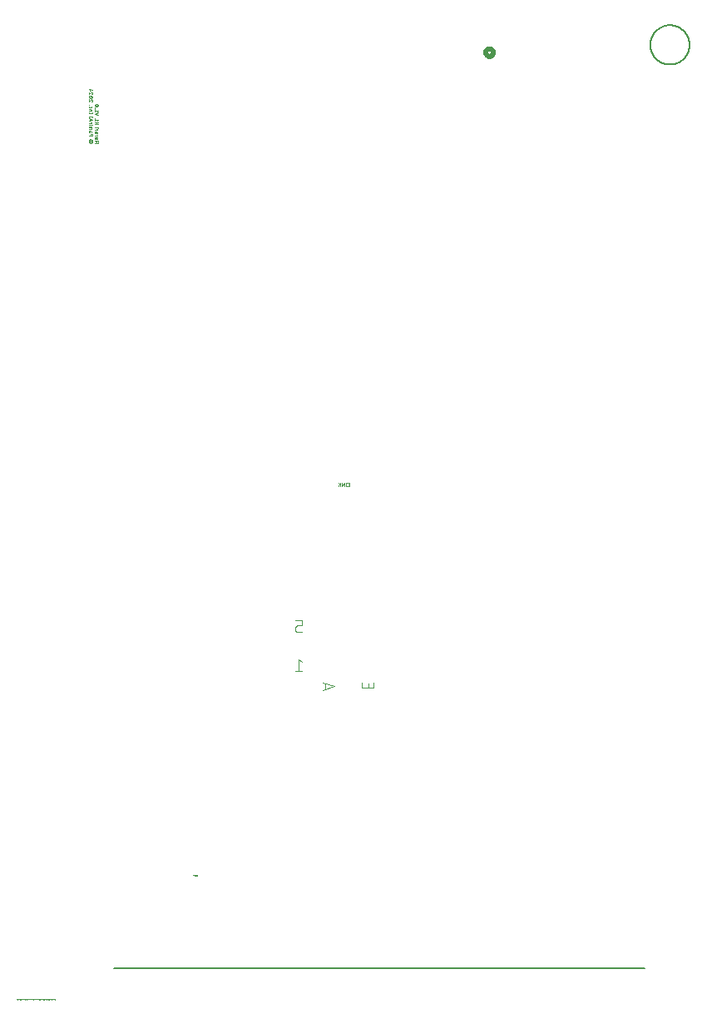
<source format=gbr>
G04 EAGLE Gerber RS-274X export*
G75*
%MOMM*%
%FSLAX34Y34*%
%LPD*%
%INSilkscreen Bottom*%
%IPPOS*%
%AMOC8*
5,1,8,0,0,1.08239X$1,22.5*%
G01*
%ADD10C,0.152400*%
%ADD11C,0.025400*%
%ADD12R,0.035000X0.035000*%
%ADD13R,0.175000X0.035000*%
%ADD14R,0.385000X0.035000*%
%ADD15R,0.420000X0.035000*%
%ADD16R,0.455000X0.035000*%
%ADD17C,0.000000*%
%ADD18C,0.203200*%
%ADD19C,0.508000*%
%ADD20C,0.076200*%


D10*
X70000Y70000D02*
X610000Y70000D01*
D11*
X309873Y560127D02*
X308180Y560127D01*
X309873Y560127D02*
X309873Y563937D01*
X308180Y563937D01*
X308603Y562244D02*
X309873Y562244D01*
X306505Y563937D02*
X306505Y560127D01*
X306928Y560127D02*
X306081Y560127D01*
X306081Y563937D02*
X306928Y563937D01*
X304515Y563937D02*
X304515Y560127D01*
X302398Y560127D02*
X304515Y563937D01*
X302398Y563937D02*
X302398Y560127D01*
X300565Y560127D02*
X300565Y563937D01*
X298449Y563937D02*
X300565Y561609D01*
X299719Y562455D02*
X298449Y560127D01*
X54323Y909272D02*
X50513Y909272D01*
X54323Y909272D02*
X54323Y910331D01*
X54321Y910395D01*
X54315Y910459D01*
X54306Y910522D01*
X54292Y910584D01*
X54275Y910646D01*
X54254Y910706D01*
X54230Y910765D01*
X54202Y910823D01*
X54170Y910878D01*
X54136Y910932D01*
X54098Y910983D01*
X54057Y911033D01*
X54013Y911079D01*
X53967Y911123D01*
X53917Y911164D01*
X53866Y911202D01*
X53812Y911236D01*
X53757Y911268D01*
X53699Y911296D01*
X53640Y911320D01*
X53580Y911341D01*
X53518Y911358D01*
X53456Y911372D01*
X53393Y911381D01*
X53329Y911387D01*
X53265Y911389D01*
X53201Y911387D01*
X53137Y911381D01*
X53074Y911372D01*
X53012Y911358D01*
X52950Y911341D01*
X52890Y911320D01*
X52831Y911296D01*
X52773Y911268D01*
X52718Y911236D01*
X52664Y911202D01*
X52613Y911164D01*
X52563Y911123D01*
X52517Y911079D01*
X52473Y911033D01*
X52432Y910983D01*
X52394Y910932D01*
X52360Y910878D01*
X52328Y910823D01*
X52300Y910765D01*
X52276Y910706D01*
X52255Y910646D01*
X52238Y910584D01*
X52224Y910522D01*
X52215Y910459D01*
X52209Y910395D01*
X52207Y910331D01*
X52206Y910331D02*
X52206Y909272D01*
X52206Y910542D02*
X50513Y911389D01*
X50513Y913512D02*
X50513Y914570D01*
X50513Y913512D02*
X50515Y913465D01*
X50520Y913417D01*
X50529Y913371D01*
X50541Y913325D01*
X50557Y913280D01*
X50576Y913236D01*
X50598Y913195D01*
X50623Y913154D01*
X50652Y913116D01*
X50683Y913080D01*
X50716Y913047D01*
X50752Y913016D01*
X50790Y912987D01*
X50831Y912962D01*
X50872Y912940D01*
X50916Y912921D01*
X50961Y912905D01*
X51007Y912893D01*
X51053Y912884D01*
X51101Y912879D01*
X51148Y912877D01*
X52206Y912877D01*
X52206Y912876D02*
X52263Y912878D01*
X52319Y912884D01*
X52375Y912893D01*
X52430Y912906D01*
X52484Y912923D01*
X52537Y912943D01*
X52588Y912967D01*
X52638Y912994D01*
X52685Y913025D01*
X52731Y913058D01*
X52774Y913095D01*
X52815Y913134D01*
X52853Y913176D01*
X52888Y913221D01*
X52920Y913267D01*
X52949Y913316D01*
X52974Y913366D01*
X52996Y913419D01*
X53015Y913472D01*
X53030Y913527D01*
X53041Y913582D01*
X53049Y913638D01*
X53053Y913695D01*
X53053Y913751D01*
X53049Y913808D01*
X53041Y913864D01*
X53030Y913919D01*
X53015Y913974D01*
X52996Y914027D01*
X52974Y914080D01*
X52949Y914130D01*
X52920Y914179D01*
X52888Y914225D01*
X52853Y914270D01*
X52815Y914312D01*
X52774Y914351D01*
X52731Y914388D01*
X52685Y914421D01*
X52638Y914452D01*
X52588Y914479D01*
X52537Y914503D01*
X52484Y914523D01*
X52430Y914540D01*
X52375Y914553D01*
X52319Y914562D01*
X52263Y914568D01*
X52206Y914570D01*
X51783Y914570D01*
X51783Y912877D01*
X53053Y915925D02*
X50513Y916771D01*
X53053Y917618D01*
X50513Y919608D02*
X50513Y920666D01*
X50513Y919608D02*
X50515Y919561D01*
X50520Y919513D01*
X50529Y919467D01*
X50541Y919421D01*
X50557Y919376D01*
X50576Y919332D01*
X50598Y919291D01*
X50623Y919250D01*
X50652Y919212D01*
X50683Y919176D01*
X50716Y919143D01*
X50752Y919112D01*
X50790Y919083D01*
X50831Y919058D01*
X50872Y919036D01*
X50916Y919017D01*
X50961Y919001D01*
X51007Y918989D01*
X51053Y918980D01*
X51101Y918975D01*
X51148Y918973D01*
X52206Y918973D01*
X52206Y918972D02*
X52263Y918974D01*
X52319Y918980D01*
X52375Y918989D01*
X52430Y919002D01*
X52484Y919019D01*
X52537Y919039D01*
X52588Y919063D01*
X52638Y919090D01*
X52685Y919121D01*
X52731Y919154D01*
X52774Y919191D01*
X52815Y919230D01*
X52853Y919272D01*
X52888Y919317D01*
X52920Y919363D01*
X52949Y919412D01*
X52974Y919462D01*
X52996Y919515D01*
X53015Y919568D01*
X53030Y919623D01*
X53041Y919678D01*
X53049Y919734D01*
X53053Y919791D01*
X53053Y919847D01*
X53049Y919904D01*
X53041Y919960D01*
X53030Y920015D01*
X53015Y920070D01*
X52996Y920123D01*
X52974Y920176D01*
X52949Y920226D01*
X52920Y920275D01*
X52888Y920321D01*
X52853Y920366D01*
X52815Y920408D01*
X52774Y920447D01*
X52731Y920484D01*
X52685Y920517D01*
X52638Y920548D01*
X52588Y920575D01*
X52537Y920599D01*
X52484Y920619D01*
X52430Y920636D01*
X52375Y920649D01*
X52319Y920658D01*
X52263Y920664D01*
X52206Y920666D01*
X51783Y920666D01*
X51783Y918973D01*
X50513Y922283D02*
X53053Y922283D01*
X53053Y923553D01*
X52630Y923553D01*
X53053Y924696D02*
X50513Y924696D01*
X54111Y924590D02*
X54323Y924590D01*
X54323Y924802D01*
X54111Y924802D01*
X54111Y924590D01*
X54323Y928271D02*
X50513Y928271D01*
X52630Y928271D02*
X52630Y930387D01*
X54323Y930387D02*
X50513Y930387D01*
X53476Y932050D02*
X54323Y933108D01*
X50513Y933108D01*
X50513Y932050D02*
X50513Y934167D01*
X50513Y938717D02*
X54323Y937447D01*
X54323Y939987D02*
X50513Y938717D01*
X53476Y941316D02*
X54323Y942374D01*
X50513Y942374D01*
X50513Y941316D02*
X50513Y943433D01*
X50513Y944829D02*
X50725Y944829D01*
X50725Y945040D01*
X50513Y945040D01*
X50513Y944829D01*
X52418Y946436D02*
X52528Y946438D01*
X52637Y946444D01*
X52746Y946453D01*
X52855Y946467D01*
X52963Y946484D01*
X53071Y946505D01*
X53177Y946529D01*
X53283Y946558D01*
X53388Y946590D01*
X53492Y946625D01*
X53594Y946664D01*
X53695Y946707D01*
X53794Y946754D01*
X53844Y946774D01*
X53893Y946796D01*
X53941Y946822D01*
X53986Y946851D01*
X54029Y946884D01*
X54070Y946919D01*
X54109Y946957D01*
X54144Y946997D01*
X54177Y947040D01*
X54207Y947085D01*
X54234Y947132D01*
X54257Y947180D01*
X54277Y947230D01*
X54293Y947282D01*
X54306Y947334D01*
X54316Y947387D01*
X54321Y947441D01*
X54323Y947495D01*
X54321Y947549D01*
X54316Y947603D01*
X54306Y947656D01*
X54293Y947708D01*
X54277Y947760D01*
X54257Y947810D01*
X54234Y947858D01*
X54207Y947905D01*
X54177Y947950D01*
X54144Y947993D01*
X54109Y948033D01*
X54070Y948071D01*
X54029Y948106D01*
X53986Y948139D01*
X53941Y948168D01*
X53893Y948194D01*
X53844Y948216D01*
X53794Y948236D01*
X53695Y948283D01*
X53594Y948326D01*
X53492Y948365D01*
X53388Y948400D01*
X53283Y948432D01*
X53177Y948461D01*
X53071Y948485D01*
X52963Y948506D01*
X52855Y948523D01*
X52746Y948537D01*
X52637Y948546D01*
X52528Y948552D01*
X52418Y948554D01*
X52418Y946436D02*
X52308Y946438D01*
X52199Y946444D01*
X52090Y946453D01*
X51981Y946467D01*
X51873Y946484D01*
X51765Y946505D01*
X51659Y946529D01*
X51553Y946558D01*
X51448Y946590D01*
X51345Y946625D01*
X51242Y946664D01*
X51141Y946707D01*
X51042Y946754D01*
X50992Y946774D01*
X50943Y946796D01*
X50895Y946822D01*
X50850Y946851D01*
X50807Y946884D01*
X50766Y946919D01*
X50727Y946957D01*
X50692Y946997D01*
X50659Y947040D01*
X50629Y947085D01*
X50602Y947132D01*
X50579Y947180D01*
X50559Y947230D01*
X50543Y947282D01*
X50530Y947334D01*
X50520Y947387D01*
X50515Y947441D01*
X50513Y947495D01*
X51042Y948235D02*
X51141Y948282D01*
X51242Y948325D01*
X51345Y948364D01*
X51448Y948399D01*
X51553Y948431D01*
X51659Y948460D01*
X51765Y948484D01*
X51873Y948505D01*
X51981Y948522D01*
X52090Y948536D01*
X52199Y948545D01*
X52308Y948551D01*
X52418Y948553D01*
X51042Y948236D02*
X50992Y948216D01*
X50943Y948194D01*
X50895Y948168D01*
X50850Y948139D01*
X50807Y948106D01*
X50766Y948071D01*
X50727Y948033D01*
X50692Y947993D01*
X50659Y947950D01*
X50629Y947905D01*
X50602Y947858D01*
X50579Y947810D01*
X50559Y947760D01*
X50543Y947708D01*
X50530Y947656D01*
X50520Y947603D01*
X50515Y947549D01*
X50513Y947495D01*
X51360Y946648D02*
X53476Y948341D01*
X46322Y912870D02*
X46405Y912868D01*
X46488Y912862D01*
X46571Y912853D01*
X46653Y912839D01*
X46734Y912822D01*
X46814Y912801D01*
X46894Y912777D01*
X46972Y912749D01*
X47049Y912717D01*
X47124Y912681D01*
X47197Y912643D01*
X47269Y912601D01*
X47339Y912555D01*
X47406Y912507D01*
X47471Y912455D01*
X47534Y912400D01*
X47594Y912343D01*
X47651Y912283D01*
X47706Y912220D01*
X47758Y912155D01*
X47806Y912088D01*
X47852Y912018D01*
X47894Y911946D01*
X47932Y911873D01*
X47968Y911798D01*
X48000Y911721D01*
X48028Y911643D01*
X48052Y911563D01*
X48073Y911483D01*
X48090Y911402D01*
X48104Y911320D01*
X48113Y911237D01*
X48119Y911154D01*
X48121Y911071D01*
X48119Y910988D01*
X48113Y910905D01*
X48104Y910822D01*
X48090Y910740D01*
X48073Y910659D01*
X48052Y910579D01*
X48028Y910499D01*
X48000Y910421D01*
X47968Y910344D01*
X47932Y910269D01*
X47894Y910196D01*
X47852Y910124D01*
X47806Y910054D01*
X47758Y909987D01*
X47706Y909922D01*
X47651Y909859D01*
X47594Y909799D01*
X47534Y909742D01*
X47471Y909687D01*
X47406Y909635D01*
X47339Y909587D01*
X47269Y909541D01*
X47197Y909499D01*
X47124Y909461D01*
X47049Y909425D01*
X46972Y909393D01*
X46894Y909365D01*
X46814Y909341D01*
X46734Y909320D01*
X46653Y909303D01*
X46571Y909289D01*
X46488Y909280D01*
X46405Y909274D01*
X46322Y909272D01*
X46239Y909274D01*
X46156Y909280D01*
X46073Y909289D01*
X45991Y909303D01*
X45910Y909320D01*
X45830Y909341D01*
X45750Y909365D01*
X45672Y909393D01*
X45595Y909425D01*
X45520Y909461D01*
X45447Y909499D01*
X45375Y909541D01*
X45305Y909587D01*
X45238Y909635D01*
X45173Y909687D01*
X45110Y909742D01*
X45050Y909799D01*
X44993Y909859D01*
X44938Y909922D01*
X44886Y909987D01*
X44838Y910054D01*
X44792Y910124D01*
X44750Y910196D01*
X44712Y910269D01*
X44676Y910344D01*
X44644Y910421D01*
X44616Y910499D01*
X44592Y910579D01*
X44571Y910659D01*
X44554Y910740D01*
X44540Y910822D01*
X44531Y910905D01*
X44525Y910988D01*
X44523Y911071D01*
X44525Y911154D01*
X44531Y911237D01*
X44540Y911320D01*
X44554Y911402D01*
X44571Y911483D01*
X44592Y911563D01*
X44616Y911643D01*
X44644Y911721D01*
X44676Y911798D01*
X44712Y911873D01*
X44750Y911946D01*
X44792Y912018D01*
X44838Y912088D01*
X44886Y912155D01*
X44938Y912220D01*
X44993Y912283D01*
X45050Y912343D01*
X45110Y912400D01*
X45173Y912455D01*
X45238Y912507D01*
X45305Y912555D01*
X45375Y912601D01*
X45447Y912643D01*
X45520Y912681D01*
X45595Y912717D01*
X45672Y912749D01*
X45750Y912777D01*
X45830Y912801D01*
X45910Y912822D01*
X45991Y912839D01*
X46073Y912853D01*
X46156Y912862D01*
X46239Y912868D01*
X46322Y912870D01*
X45475Y911495D02*
X45475Y910966D01*
X45476Y910966D02*
X45478Y910927D01*
X45483Y910888D01*
X45492Y910850D01*
X45505Y910813D01*
X45520Y910777D01*
X45539Y910743D01*
X45561Y910711D01*
X45586Y910681D01*
X45614Y910653D01*
X45644Y910628D01*
X45676Y910606D01*
X45710Y910587D01*
X45746Y910572D01*
X45783Y910559D01*
X45821Y910550D01*
X45860Y910545D01*
X45899Y910543D01*
X45899Y910542D02*
X46745Y910542D01*
X46745Y910543D02*
X46784Y910545D01*
X46823Y910550D01*
X46861Y910559D01*
X46898Y910572D01*
X46934Y910587D01*
X46968Y910606D01*
X47000Y910628D01*
X47030Y910653D01*
X47058Y910681D01*
X47083Y910711D01*
X47105Y910743D01*
X47124Y910777D01*
X47139Y910813D01*
X47152Y910850D01*
X47161Y910888D01*
X47166Y910927D01*
X47168Y910966D01*
X47169Y910966D02*
X47169Y911495D01*
X48227Y916523D02*
X44417Y916523D01*
X48227Y916523D02*
X48227Y917581D01*
X48225Y917645D01*
X48219Y917709D01*
X48210Y917772D01*
X48196Y917834D01*
X48179Y917896D01*
X48158Y917956D01*
X48134Y918015D01*
X48106Y918073D01*
X48074Y918128D01*
X48040Y918182D01*
X48002Y918233D01*
X47961Y918283D01*
X47917Y918329D01*
X47871Y918373D01*
X47821Y918414D01*
X47770Y918452D01*
X47716Y918486D01*
X47661Y918518D01*
X47603Y918546D01*
X47544Y918570D01*
X47484Y918591D01*
X47422Y918608D01*
X47360Y918622D01*
X47297Y918631D01*
X47233Y918637D01*
X47169Y918639D01*
X47105Y918637D01*
X47041Y918631D01*
X46978Y918622D01*
X46916Y918608D01*
X46854Y918591D01*
X46794Y918570D01*
X46735Y918546D01*
X46677Y918518D01*
X46622Y918486D01*
X46568Y918452D01*
X46517Y918414D01*
X46467Y918373D01*
X46421Y918329D01*
X46377Y918283D01*
X46336Y918233D01*
X46298Y918182D01*
X46264Y918128D01*
X46232Y918073D01*
X46204Y918015D01*
X46180Y917956D01*
X46159Y917896D01*
X46142Y917834D01*
X46128Y917772D01*
X46119Y917709D01*
X46113Y917645D01*
X46111Y917581D01*
X46110Y917581D02*
X46110Y916523D01*
X45899Y920702D02*
X45899Y921655D01*
X45899Y920702D02*
X45897Y920649D01*
X45891Y920597D01*
X45882Y920544D01*
X45869Y920493D01*
X45852Y920443D01*
X45832Y920394D01*
X45808Y920347D01*
X45781Y920301D01*
X45751Y920258D01*
X45718Y920217D01*
X45682Y920178D01*
X45643Y920142D01*
X45602Y920109D01*
X45559Y920079D01*
X45513Y920052D01*
X45466Y920028D01*
X45417Y920008D01*
X45367Y919991D01*
X45316Y919978D01*
X45263Y919969D01*
X45211Y919963D01*
X45158Y919961D01*
X45105Y919963D01*
X45053Y919969D01*
X45000Y919978D01*
X44949Y919991D01*
X44899Y920008D01*
X44850Y920028D01*
X44803Y920052D01*
X44757Y920079D01*
X44714Y920109D01*
X44673Y920142D01*
X44634Y920178D01*
X44598Y920217D01*
X44565Y920258D01*
X44535Y920301D01*
X44508Y920347D01*
X44484Y920394D01*
X44464Y920443D01*
X44447Y920493D01*
X44434Y920544D01*
X44425Y920597D01*
X44419Y920649D01*
X44417Y920702D01*
X44417Y921655D01*
X46322Y921655D01*
X46369Y921653D01*
X46417Y921648D01*
X46463Y921639D01*
X46509Y921627D01*
X46554Y921611D01*
X46598Y921592D01*
X46640Y921570D01*
X46680Y921545D01*
X46718Y921516D01*
X46754Y921485D01*
X46787Y921452D01*
X46818Y921416D01*
X46847Y921378D01*
X46872Y921338D01*
X46894Y921296D01*
X46913Y921252D01*
X46929Y921207D01*
X46941Y921161D01*
X46950Y921115D01*
X46955Y921067D01*
X46957Y921020D01*
X46957Y920173D01*
X46957Y923456D02*
X44417Y923456D01*
X46957Y923456D02*
X46957Y925361D01*
X46955Y925408D01*
X46950Y925456D01*
X46941Y925502D01*
X46929Y925548D01*
X46913Y925593D01*
X46894Y925637D01*
X46872Y925679D01*
X46847Y925719D01*
X46818Y925757D01*
X46787Y925793D01*
X46754Y925826D01*
X46718Y925857D01*
X46680Y925886D01*
X46640Y925911D01*
X46598Y925933D01*
X46554Y925952D01*
X46509Y925968D01*
X46463Y925980D01*
X46417Y925989D01*
X46369Y925994D01*
X46322Y925996D01*
X44417Y925996D01*
X44417Y924726D02*
X46957Y924726D01*
X46957Y927652D02*
X44417Y927652D01*
X48015Y927547D02*
X48227Y927547D01*
X48227Y927758D01*
X48015Y927758D01*
X48015Y927547D01*
X46957Y929263D02*
X44417Y929263D01*
X46957Y929263D02*
X46957Y930533D01*
X46534Y930533D01*
X44417Y931503D02*
X48227Y932773D01*
X44417Y934043D01*
X45370Y933726D02*
X45370Y931821D01*
X44417Y935699D02*
X48227Y935699D01*
X44417Y935276D02*
X44417Y936122D01*
X48227Y936122D02*
X48227Y935276D01*
X48227Y939844D02*
X44417Y939844D01*
X44417Y939421D02*
X44417Y940268D01*
X48227Y940268D02*
X48227Y939421D01*
X46957Y941802D02*
X44417Y941802D01*
X46957Y941802D02*
X46957Y942860D01*
X46955Y942907D01*
X46950Y942955D01*
X46941Y943001D01*
X46929Y943047D01*
X46913Y943092D01*
X46894Y943136D01*
X46872Y943178D01*
X46847Y943218D01*
X46818Y943256D01*
X46787Y943292D01*
X46754Y943325D01*
X46718Y943356D01*
X46680Y943385D01*
X46640Y943410D01*
X46598Y943432D01*
X46554Y943451D01*
X46509Y943467D01*
X46463Y943479D01*
X46417Y943488D01*
X46369Y943493D01*
X46322Y943495D01*
X44417Y943495D01*
X44417Y945732D02*
X44417Y946579D01*
X44417Y945732D02*
X44419Y945685D01*
X44424Y945637D01*
X44433Y945591D01*
X44445Y945545D01*
X44461Y945500D01*
X44480Y945456D01*
X44502Y945415D01*
X44527Y945374D01*
X44556Y945336D01*
X44587Y945300D01*
X44620Y945267D01*
X44656Y945236D01*
X44694Y945207D01*
X44735Y945182D01*
X44776Y945160D01*
X44820Y945141D01*
X44865Y945125D01*
X44911Y945113D01*
X44957Y945104D01*
X45005Y945099D01*
X45052Y945097D01*
X46322Y945097D01*
X46369Y945099D01*
X46417Y945104D01*
X46463Y945113D01*
X46509Y945125D01*
X46554Y945141D01*
X46598Y945160D01*
X46640Y945182D01*
X46680Y945207D01*
X46718Y945236D01*
X46754Y945267D01*
X46787Y945300D01*
X46818Y945336D01*
X46847Y945374D01*
X46872Y945415D01*
X46894Y945456D01*
X46913Y945500D01*
X46929Y945545D01*
X46941Y945591D01*
X46950Y945637D01*
X46955Y945685D01*
X46957Y945732D01*
X46957Y946579D01*
X44629Y947785D02*
X44417Y947785D01*
X44629Y947785D02*
X44629Y947997D01*
X44417Y947997D01*
X44417Y947785D01*
X48228Y952508D02*
X48226Y952568D01*
X48220Y952627D01*
X48211Y952687D01*
X48198Y952745D01*
X48181Y952802D01*
X48161Y952859D01*
X48137Y952914D01*
X48110Y952967D01*
X48080Y953019D01*
X48046Y953068D01*
X48009Y953115D01*
X47970Y953160D01*
X47927Y953203D01*
X47882Y953242D01*
X47835Y953279D01*
X47786Y953313D01*
X47734Y953343D01*
X47681Y953370D01*
X47626Y953394D01*
X47569Y953414D01*
X47512Y953431D01*
X47454Y953444D01*
X47394Y953453D01*
X47335Y953459D01*
X47275Y953461D01*
X48227Y952508D02*
X48225Y952441D01*
X48220Y952374D01*
X48211Y952308D01*
X48198Y952242D01*
X48182Y952178D01*
X48162Y952114D01*
X48138Y952051D01*
X48112Y951989D01*
X48082Y951930D01*
X48049Y951872D01*
X48012Y951815D01*
X47973Y951761D01*
X47931Y951709D01*
X47886Y951660D01*
X47838Y951613D01*
X47788Y951569D01*
X47735Y951527D01*
X47680Y951489D01*
X47624Y951453D01*
X47565Y951421D01*
X47505Y951392D01*
X47443Y951366D01*
X47380Y951344D01*
X46534Y953143D02*
X46576Y953184D01*
X46621Y953223D01*
X46667Y953260D01*
X46716Y953294D01*
X46766Y953325D01*
X46818Y953352D01*
X46872Y953377D01*
X46927Y953399D01*
X46983Y953418D01*
X47040Y953433D01*
X47098Y953445D01*
X47157Y953453D01*
X47216Y953458D01*
X47275Y953460D01*
X46534Y953143D02*
X44417Y951344D01*
X44417Y953460D01*
X46322Y955001D02*
X46432Y955003D01*
X46541Y955009D01*
X46650Y955018D01*
X46759Y955032D01*
X46867Y955049D01*
X46975Y955070D01*
X47081Y955094D01*
X47187Y955123D01*
X47292Y955155D01*
X47396Y955190D01*
X47498Y955229D01*
X47599Y955272D01*
X47698Y955319D01*
X47698Y955318D02*
X47748Y955338D01*
X47797Y955360D01*
X47845Y955386D01*
X47890Y955415D01*
X47933Y955448D01*
X47974Y955483D01*
X48013Y955521D01*
X48048Y955561D01*
X48081Y955604D01*
X48111Y955649D01*
X48138Y955696D01*
X48161Y955744D01*
X48181Y955794D01*
X48197Y955846D01*
X48210Y955898D01*
X48220Y955951D01*
X48225Y956005D01*
X48227Y956059D01*
X48225Y956113D01*
X48220Y956167D01*
X48210Y956220D01*
X48197Y956272D01*
X48181Y956324D01*
X48161Y956374D01*
X48138Y956422D01*
X48111Y956469D01*
X48081Y956514D01*
X48048Y956557D01*
X48013Y956597D01*
X47974Y956635D01*
X47933Y956670D01*
X47890Y956703D01*
X47845Y956732D01*
X47797Y956758D01*
X47748Y956780D01*
X47698Y956800D01*
X47599Y956847D01*
X47498Y956890D01*
X47396Y956929D01*
X47292Y956964D01*
X47187Y956996D01*
X47081Y957025D01*
X46975Y957049D01*
X46867Y957070D01*
X46759Y957087D01*
X46650Y957101D01*
X46541Y957110D01*
X46432Y957116D01*
X46322Y957118D01*
X46322Y955001D02*
X46212Y955003D01*
X46103Y955009D01*
X45994Y955018D01*
X45885Y955032D01*
X45777Y955049D01*
X45669Y955070D01*
X45563Y955094D01*
X45457Y955123D01*
X45352Y955155D01*
X45249Y955190D01*
X45146Y955229D01*
X45045Y955272D01*
X44946Y955319D01*
X44946Y955318D02*
X44896Y955338D01*
X44847Y955360D01*
X44799Y955386D01*
X44754Y955415D01*
X44711Y955448D01*
X44670Y955483D01*
X44631Y955521D01*
X44596Y955561D01*
X44563Y955604D01*
X44533Y955649D01*
X44506Y955696D01*
X44483Y955744D01*
X44463Y955794D01*
X44447Y955846D01*
X44434Y955898D01*
X44424Y955951D01*
X44419Y956005D01*
X44417Y956059D01*
X44946Y956800D02*
X45045Y956847D01*
X45146Y956890D01*
X45249Y956929D01*
X45352Y956964D01*
X45457Y956996D01*
X45563Y957025D01*
X45669Y957049D01*
X45777Y957070D01*
X45885Y957087D01*
X45994Y957101D01*
X46103Y957110D01*
X46212Y957116D01*
X46322Y957118D01*
X44946Y956800D02*
X44896Y956780D01*
X44847Y956758D01*
X44799Y956732D01*
X44754Y956703D01*
X44711Y956670D01*
X44670Y956635D01*
X44631Y956597D01*
X44596Y956557D01*
X44563Y956514D01*
X44533Y956469D01*
X44506Y956422D01*
X44483Y956374D01*
X44463Y956324D01*
X44447Y956272D01*
X44434Y956220D01*
X44424Y956167D01*
X44419Y956113D01*
X44417Y956059D01*
X45264Y955213D02*
X47380Y956906D01*
X48228Y959823D02*
X48226Y959883D01*
X48220Y959942D01*
X48211Y960002D01*
X48198Y960060D01*
X48181Y960117D01*
X48161Y960174D01*
X48137Y960229D01*
X48110Y960282D01*
X48080Y960334D01*
X48046Y960383D01*
X48009Y960430D01*
X47970Y960475D01*
X47927Y960518D01*
X47882Y960557D01*
X47835Y960594D01*
X47786Y960628D01*
X47734Y960658D01*
X47681Y960685D01*
X47626Y960709D01*
X47569Y960729D01*
X47512Y960746D01*
X47454Y960759D01*
X47394Y960768D01*
X47335Y960774D01*
X47275Y960776D01*
X48227Y959823D02*
X48225Y959756D01*
X48220Y959689D01*
X48211Y959623D01*
X48198Y959557D01*
X48182Y959493D01*
X48162Y959429D01*
X48138Y959366D01*
X48112Y959304D01*
X48082Y959245D01*
X48049Y959187D01*
X48012Y959130D01*
X47973Y959076D01*
X47931Y959024D01*
X47886Y958975D01*
X47838Y958928D01*
X47788Y958884D01*
X47735Y958842D01*
X47680Y958804D01*
X47624Y958768D01*
X47565Y958736D01*
X47505Y958707D01*
X47443Y958681D01*
X47380Y958659D01*
X46534Y960458D02*
X46576Y960499D01*
X46621Y960538D01*
X46667Y960575D01*
X46716Y960609D01*
X46766Y960640D01*
X46818Y960667D01*
X46872Y960692D01*
X46927Y960714D01*
X46983Y960733D01*
X47040Y960748D01*
X47098Y960760D01*
X47157Y960768D01*
X47216Y960773D01*
X47275Y960775D01*
X46534Y960458D02*
X44417Y958659D01*
X44417Y960775D01*
X45264Y962316D02*
X48227Y963163D01*
X45264Y962316D02*
X45264Y964433D01*
X46110Y963798D02*
X44417Y963798D01*
D12*
X153150Y162850D03*
D13*
X154550Y162850D03*
D14*
X153850Y163200D03*
D15*
X153675Y163550D03*
D16*
X153150Y163900D03*
D17*
X9689Y39028D02*
X10000Y38172D01*
X9451Y38444D02*
X9451Y38950D01*
X9450Y38444D02*
X9448Y38416D01*
X9442Y38389D01*
X9432Y38363D01*
X9419Y38339D01*
X9403Y38317D01*
X9383Y38297D01*
X9361Y38281D01*
X9337Y38268D01*
X9311Y38258D01*
X9284Y38252D01*
X9256Y38250D01*
X9228Y38252D01*
X9201Y38258D01*
X9175Y38268D01*
X9151Y38281D01*
X9129Y38297D01*
X9109Y38317D01*
X9093Y38339D01*
X9080Y38363D01*
X9070Y38389D01*
X9064Y38416D01*
X9062Y38444D01*
X9062Y38950D01*
X8745Y38522D02*
X8550Y38444D01*
X8744Y38522D02*
X8761Y38531D01*
X8776Y38542D01*
X8788Y38556D01*
X8798Y38572D01*
X8804Y38590D01*
X8808Y38608D01*
X8807Y38627D01*
X8804Y38645D01*
X8797Y38662D01*
X8787Y38678D01*
X8774Y38692D01*
X8759Y38703D01*
X8742Y38711D01*
X8724Y38716D01*
X8706Y38717D01*
X8670Y38715D01*
X8634Y38710D01*
X8599Y38702D01*
X8564Y38692D01*
X8531Y38678D01*
X8551Y38445D02*
X8534Y38436D01*
X8519Y38425D01*
X8507Y38411D01*
X8497Y38395D01*
X8491Y38377D01*
X8487Y38359D01*
X8488Y38340D01*
X8491Y38322D01*
X8498Y38305D01*
X8508Y38289D01*
X8521Y38275D01*
X8536Y38264D01*
X8553Y38256D01*
X8571Y38251D01*
X8589Y38250D01*
X8590Y38250D02*
X8633Y38252D01*
X8677Y38257D01*
X8720Y38265D01*
X8762Y38276D01*
X8804Y38289D01*
X8140Y38250D02*
X7946Y38250D01*
X8140Y38250D02*
X8160Y38252D01*
X8180Y38257D01*
X8199Y38266D01*
X8215Y38277D01*
X8230Y38292D01*
X8241Y38309D01*
X8250Y38327D01*
X8255Y38347D01*
X8257Y38367D01*
X8257Y38561D01*
X8255Y38584D01*
X8250Y38607D01*
X8242Y38629D01*
X8230Y38649D01*
X8215Y38667D01*
X8198Y38683D01*
X8179Y38696D01*
X8158Y38706D01*
X8136Y38713D01*
X8113Y38717D01*
X8089Y38717D01*
X8066Y38713D01*
X8044Y38706D01*
X8023Y38696D01*
X8004Y38683D01*
X7987Y38667D01*
X7972Y38649D01*
X7960Y38629D01*
X7952Y38607D01*
X7947Y38584D01*
X7945Y38561D01*
X7946Y38561D02*
X7946Y38483D01*
X8257Y38483D01*
X7688Y38250D02*
X7688Y38717D01*
X7455Y38717D01*
X7455Y38639D01*
X7212Y38522D02*
X7017Y38444D01*
X7211Y38522D02*
X7228Y38531D01*
X7243Y38542D01*
X7255Y38556D01*
X7265Y38572D01*
X7271Y38590D01*
X7275Y38608D01*
X7274Y38627D01*
X7271Y38645D01*
X7264Y38662D01*
X7254Y38678D01*
X7241Y38692D01*
X7226Y38703D01*
X7209Y38711D01*
X7191Y38716D01*
X7173Y38717D01*
X7137Y38715D01*
X7101Y38710D01*
X7066Y38702D01*
X7031Y38692D01*
X6998Y38678D01*
X7018Y38445D02*
X7001Y38436D01*
X6986Y38425D01*
X6974Y38411D01*
X6964Y38395D01*
X6958Y38377D01*
X6954Y38359D01*
X6955Y38340D01*
X6958Y38322D01*
X6965Y38305D01*
X6975Y38289D01*
X6988Y38275D01*
X7003Y38264D01*
X7020Y38256D01*
X7038Y38251D01*
X7056Y38250D01*
X7057Y38250D02*
X7100Y38252D01*
X7144Y38257D01*
X7187Y38265D01*
X7229Y38276D01*
X7271Y38289D01*
X6745Y38172D02*
X6434Y39028D01*
X6103Y38250D02*
X5948Y38250D01*
X6103Y38250D02*
X6123Y38252D01*
X6143Y38257D01*
X6162Y38266D01*
X6178Y38277D01*
X6193Y38292D01*
X6204Y38309D01*
X6213Y38327D01*
X6218Y38347D01*
X6220Y38367D01*
X6220Y38600D01*
X6218Y38620D01*
X6213Y38640D01*
X6204Y38659D01*
X6193Y38675D01*
X6178Y38690D01*
X6162Y38701D01*
X6143Y38710D01*
X6123Y38715D01*
X6103Y38717D01*
X5948Y38717D01*
X5716Y38950D02*
X5716Y38250D01*
X5716Y38717D02*
X5522Y38717D01*
X5502Y38715D01*
X5482Y38710D01*
X5464Y38701D01*
X5447Y38690D01*
X5432Y38675D01*
X5421Y38659D01*
X5412Y38640D01*
X5407Y38620D01*
X5405Y38600D01*
X5405Y38250D01*
X5033Y38250D02*
X4838Y38250D01*
X5033Y38250D02*
X5053Y38252D01*
X5073Y38257D01*
X5092Y38266D01*
X5108Y38277D01*
X5123Y38292D01*
X5134Y38309D01*
X5143Y38327D01*
X5148Y38347D01*
X5150Y38367D01*
X5149Y38367D02*
X5149Y38561D01*
X5150Y38561D02*
X5148Y38584D01*
X5143Y38607D01*
X5135Y38629D01*
X5123Y38649D01*
X5108Y38667D01*
X5091Y38683D01*
X5072Y38696D01*
X5051Y38706D01*
X5029Y38713D01*
X5006Y38717D01*
X4982Y38717D01*
X4959Y38713D01*
X4937Y38706D01*
X4916Y38696D01*
X4897Y38683D01*
X4880Y38667D01*
X4865Y38649D01*
X4853Y38629D01*
X4845Y38607D01*
X4840Y38584D01*
X4838Y38561D01*
X4838Y38483D01*
X5149Y38483D01*
X4582Y38250D02*
X4582Y38717D01*
X4388Y38717D01*
X4368Y38715D01*
X4348Y38710D01*
X4330Y38701D01*
X4313Y38690D01*
X4298Y38675D01*
X4287Y38659D01*
X4278Y38640D01*
X4273Y38620D01*
X4271Y38600D01*
X4271Y38250D01*
X3900Y38250D02*
X3706Y38250D01*
X3900Y38250D02*
X3920Y38252D01*
X3940Y38257D01*
X3959Y38266D01*
X3975Y38277D01*
X3990Y38292D01*
X4001Y38309D01*
X4010Y38327D01*
X4015Y38347D01*
X4017Y38367D01*
X4017Y38600D01*
X4015Y38620D01*
X4010Y38640D01*
X4001Y38659D01*
X3990Y38675D01*
X3975Y38690D01*
X3959Y38701D01*
X3940Y38710D01*
X3920Y38715D01*
X3900Y38717D01*
X3706Y38717D01*
X3706Y38133D01*
X3705Y38133D02*
X3707Y38113D01*
X3712Y38093D01*
X3721Y38075D01*
X3732Y38058D01*
X3747Y38043D01*
X3764Y38032D01*
X3782Y38023D01*
X3802Y38018D01*
X3822Y38016D01*
X3822Y38017D02*
X3978Y38017D01*
X3421Y38250D02*
X3421Y38717D01*
X3071Y38717D01*
X3051Y38715D01*
X3031Y38710D01*
X3013Y38701D01*
X2996Y38690D01*
X2981Y38675D01*
X2970Y38659D01*
X2961Y38640D01*
X2956Y38620D01*
X2954Y38600D01*
X2954Y38250D01*
X3188Y38250D02*
X3188Y38717D01*
X2684Y38717D02*
X2684Y38250D01*
X2703Y38911D02*
X2703Y38950D01*
X2664Y38950D01*
X2664Y38911D01*
X2703Y38911D01*
X2419Y38717D02*
X2419Y38250D01*
X2419Y38717D02*
X2225Y38717D01*
X2205Y38715D01*
X2185Y38710D01*
X2167Y38701D01*
X2150Y38690D01*
X2135Y38675D01*
X2124Y38659D01*
X2115Y38640D01*
X2110Y38620D01*
X2108Y38600D01*
X2108Y38250D01*
X1737Y38250D02*
X1543Y38250D01*
X1737Y38250D02*
X1757Y38252D01*
X1777Y38257D01*
X1796Y38266D01*
X1812Y38277D01*
X1827Y38292D01*
X1838Y38309D01*
X1847Y38327D01*
X1852Y38347D01*
X1854Y38367D01*
X1854Y38600D01*
X1852Y38620D01*
X1847Y38640D01*
X1838Y38659D01*
X1827Y38675D01*
X1812Y38690D01*
X1796Y38701D01*
X1777Y38710D01*
X1757Y38715D01*
X1737Y38717D01*
X1543Y38717D01*
X1543Y38133D01*
X1545Y38113D01*
X1550Y38093D01*
X1559Y38075D01*
X1570Y38058D01*
X1585Y38043D01*
X1601Y38032D01*
X1620Y38023D01*
X1640Y38018D01*
X1660Y38016D01*
X1660Y38017D02*
X1815Y38017D01*
X1306Y38717D02*
X995Y38717D01*
X1306Y38250D01*
X995Y38250D01*
X760Y38250D02*
X760Y38950D01*
X760Y38717D02*
X566Y38717D01*
X546Y38715D01*
X526Y38710D01*
X508Y38701D01*
X491Y38690D01*
X476Y38675D01*
X465Y38659D01*
X456Y38640D01*
X451Y38620D01*
X449Y38600D01*
X449Y38250D01*
X59Y38522D02*
X-116Y38522D01*
X59Y38522D02*
X81Y38520D01*
X103Y38515D01*
X124Y38506D01*
X143Y38493D01*
X159Y38478D01*
X173Y38460D01*
X184Y38441D01*
X191Y38419D01*
X195Y38397D01*
X195Y38375D01*
X191Y38353D01*
X184Y38331D01*
X173Y38312D01*
X159Y38294D01*
X143Y38279D01*
X124Y38266D01*
X103Y38257D01*
X81Y38252D01*
X59Y38250D01*
X-116Y38250D01*
X-116Y38600D01*
X-114Y38620D01*
X-109Y38640D01*
X-100Y38659D01*
X-89Y38675D01*
X-74Y38690D01*
X-57Y38701D01*
X-39Y38710D01*
X-19Y38715D01*
X1Y38717D01*
X156Y38717D01*
X-395Y38717D02*
X-395Y38250D01*
X-395Y38717D02*
X-589Y38717D01*
X-609Y38715D01*
X-629Y38710D01*
X-648Y38701D01*
X-664Y38690D01*
X-679Y38675D01*
X-690Y38659D01*
X-699Y38640D01*
X-704Y38620D01*
X-706Y38600D01*
X-706Y38250D01*
X-1077Y38250D02*
X-1271Y38250D01*
X-1077Y38250D02*
X-1057Y38252D01*
X-1037Y38257D01*
X-1019Y38266D01*
X-1002Y38277D01*
X-987Y38292D01*
X-976Y38309D01*
X-967Y38327D01*
X-962Y38347D01*
X-960Y38367D01*
X-960Y38600D01*
X-962Y38620D01*
X-967Y38640D01*
X-976Y38659D01*
X-987Y38675D01*
X-1002Y38690D01*
X-1019Y38701D01*
X-1037Y38710D01*
X-1057Y38715D01*
X-1077Y38717D01*
X-1271Y38717D01*
X-1271Y38133D01*
X-1269Y38113D01*
X-1264Y38093D01*
X-1255Y38075D01*
X-1244Y38058D01*
X-1229Y38043D01*
X-1213Y38032D01*
X-1194Y38023D01*
X-1174Y38018D01*
X-1154Y38016D01*
X-1154Y38017D02*
X-999Y38017D01*
X-1508Y38172D02*
X-1819Y39028D01*
X-2057Y38950D02*
X-2057Y38250D01*
X-2057Y38950D02*
X-2251Y38950D01*
X-2279Y38948D01*
X-2306Y38942D01*
X-2332Y38932D01*
X-2356Y38919D01*
X-2378Y38903D01*
X-2398Y38883D01*
X-2414Y38861D01*
X-2427Y38837D01*
X-2437Y38811D01*
X-2443Y38784D01*
X-2445Y38756D01*
X-2445Y38444D01*
X-2443Y38416D01*
X-2437Y38389D01*
X-2427Y38363D01*
X-2414Y38339D01*
X-2398Y38317D01*
X-2378Y38297D01*
X-2356Y38281D01*
X-2332Y38268D01*
X-2306Y38258D01*
X-2279Y38252D01*
X-2251Y38250D01*
X-2057Y38250D01*
X-2821Y38250D02*
X-3016Y38250D01*
X-2821Y38250D02*
X-2801Y38252D01*
X-2781Y38257D01*
X-2763Y38266D01*
X-2746Y38277D01*
X-2731Y38292D01*
X-2720Y38309D01*
X-2711Y38327D01*
X-2706Y38347D01*
X-2704Y38367D01*
X-2704Y38561D01*
X-2706Y38584D01*
X-2711Y38607D01*
X-2719Y38629D01*
X-2731Y38649D01*
X-2746Y38667D01*
X-2763Y38683D01*
X-2782Y38696D01*
X-2803Y38706D01*
X-2825Y38713D01*
X-2848Y38717D01*
X-2872Y38717D01*
X-2895Y38713D01*
X-2917Y38706D01*
X-2938Y38696D01*
X-2957Y38683D01*
X-2974Y38667D01*
X-2989Y38649D01*
X-3001Y38629D01*
X-3009Y38607D01*
X-3014Y38584D01*
X-3016Y38561D01*
X-3016Y38483D01*
X-2704Y38483D01*
X-3309Y38522D02*
X-3503Y38444D01*
X-3309Y38522D02*
X-3292Y38531D01*
X-3277Y38542D01*
X-3265Y38556D01*
X-3255Y38572D01*
X-3249Y38590D01*
X-3245Y38608D01*
X-3246Y38627D01*
X-3249Y38645D01*
X-3256Y38662D01*
X-3266Y38678D01*
X-3279Y38692D01*
X-3294Y38703D01*
X-3311Y38711D01*
X-3329Y38716D01*
X-3347Y38717D01*
X-3383Y38715D01*
X-3419Y38710D01*
X-3454Y38702D01*
X-3489Y38692D01*
X-3522Y38678D01*
X-3503Y38445D02*
X-3520Y38436D01*
X-3535Y38425D01*
X-3547Y38411D01*
X-3557Y38395D01*
X-3563Y38377D01*
X-3567Y38359D01*
X-3566Y38340D01*
X-3563Y38322D01*
X-3556Y38305D01*
X-3546Y38289D01*
X-3533Y38275D01*
X-3518Y38264D01*
X-3501Y38256D01*
X-3483Y38251D01*
X-3465Y38250D01*
X-3464Y38250D02*
X-3421Y38252D01*
X-3377Y38257D01*
X-3334Y38265D01*
X-3292Y38276D01*
X-3250Y38289D01*
X-3821Y38250D02*
X-3821Y38950D01*
X-4132Y38717D02*
X-3821Y38483D01*
X-3957Y38581D02*
X-4132Y38250D01*
X-4295Y38717D02*
X-4528Y38717D01*
X-4373Y38950D02*
X-4373Y38367D01*
X-4372Y38367D02*
X-4374Y38347D01*
X-4379Y38327D01*
X-4388Y38309D01*
X-4399Y38292D01*
X-4414Y38277D01*
X-4431Y38266D01*
X-4449Y38257D01*
X-4469Y38252D01*
X-4489Y38250D01*
X-4528Y38250D01*
X-4741Y38406D02*
X-4741Y38561D01*
X-4743Y38584D01*
X-4748Y38607D01*
X-4756Y38629D01*
X-4768Y38649D01*
X-4783Y38667D01*
X-4800Y38683D01*
X-4819Y38696D01*
X-4840Y38706D01*
X-4862Y38713D01*
X-4885Y38717D01*
X-4909Y38717D01*
X-4932Y38713D01*
X-4954Y38706D01*
X-4975Y38696D01*
X-4994Y38683D01*
X-5011Y38667D01*
X-5026Y38649D01*
X-5038Y38629D01*
X-5046Y38607D01*
X-5051Y38584D01*
X-5053Y38561D01*
X-5052Y38561D02*
X-5052Y38406D01*
X-5053Y38406D02*
X-5051Y38383D01*
X-5046Y38360D01*
X-5038Y38338D01*
X-5026Y38318D01*
X-5011Y38300D01*
X-4994Y38284D01*
X-4975Y38271D01*
X-4954Y38261D01*
X-4932Y38254D01*
X-4909Y38250D01*
X-4885Y38250D01*
X-4862Y38254D01*
X-4840Y38261D01*
X-4819Y38271D01*
X-4800Y38284D01*
X-4783Y38300D01*
X-4768Y38318D01*
X-4756Y38338D01*
X-4748Y38360D01*
X-4743Y38383D01*
X-4741Y38406D01*
X-5310Y38717D02*
X-5310Y38017D01*
X-5310Y38717D02*
X-5504Y38717D01*
X-5524Y38715D01*
X-5544Y38710D01*
X-5563Y38701D01*
X-5579Y38690D01*
X-5594Y38675D01*
X-5605Y38659D01*
X-5614Y38640D01*
X-5619Y38620D01*
X-5621Y38600D01*
X-5621Y38367D01*
X-5619Y38347D01*
X-5614Y38327D01*
X-5605Y38309D01*
X-5594Y38292D01*
X-5579Y38277D01*
X-5563Y38266D01*
X-5544Y38257D01*
X-5524Y38252D01*
X-5504Y38250D01*
X-5310Y38250D01*
X-5833Y38172D02*
X-6144Y39028D01*
X-6730Y38406D02*
X-6728Y38384D01*
X-6724Y38362D01*
X-6716Y38341D01*
X-6705Y38322D01*
X-6692Y38304D01*
X-6676Y38288D01*
X-6658Y38275D01*
X-6639Y38264D01*
X-6618Y38256D01*
X-6596Y38252D01*
X-6574Y38250D01*
X-6542Y38252D01*
X-6509Y38256D01*
X-6478Y38264D01*
X-6447Y38275D01*
X-6418Y38289D01*
X-6390Y38306D01*
X-6364Y38325D01*
X-6340Y38347D01*
X-6359Y38794D02*
X-6361Y38816D01*
X-6365Y38838D01*
X-6373Y38859D01*
X-6384Y38878D01*
X-6397Y38896D01*
X-6413Y38912D01*
X-6431Y38925D01*
X-6450Y38936D01*
X-6471Y38944D01*
X-6493Y38948D01*
X-6515Y38950D01*
X-6546Y38948D01*
X-6577Y38943D01*
X-6607Y38935D01*
X-6636Y38924D01*
X-6664Y38909D01*
X-6690Y38892D01*
X-6438Y38658D02*
X-6419Y38671D01*
X-6401Y38687D01*
X-6387Y38706D01*
X-6375Y38726D01*
X-6367Y38748D01*
X-6362Y38771D01*
X-6360Y38794D01*
X-6651Y38542D02*
X-6670Y38529D01*
X-6688Y38513D01*
X-6702Y38494D01*
X-6714Y38474D01*
X-6722Y38452D01*
X-6727Y38429D01*
X-6729Y38406D01*
X-6652Y38542D02*
X-6438Y38658D01*
X-7063Y38250D02*
X-7219Y38250D01*
X-7063Y38250D02*
X-7043Y38252D01*
X-7023Y38257D01*
X-7005Y38266D01*
X-6988Y38277D01*
X-6973Y38292D01*
X-6962Y38309D01*
X-6953Y38327D01*
X-6948Y38347D01*
X-6946Y38367D01*
X-6947Y38367D02*
X-6947Y38600D01*
X-6946Y38600D02*
X-6948Y38620D01*
X-6953Y38640D01*
X-6962Y38659D01*
X-6973Y38675D01*
X-6988Y38690D01*
X-7005Y38701D01*
X-7023Y38710D01*
X-7043Y38715D01*
X-7063Y38717D01*
X-7219Y38717D01*
X-7452Y38717D02*
X-7452Y38250D01*
X-7452Y38717D02*
X-7685Y38717D01*
X-7685Y38639D01*
X-7987Y38250D02*
X-8181Y38250D01*
X-7987Y38250D02*
X-7967Y38252D01*
X-7947Y38257D01*
X-7929Y38266D01*
X-7912Y38277D01*
X-7897Y38292D01*
X-7886Y38309D01*
X-7877Y38327D01*
X-7872Y38347D01*
X-7870Y38367D01*
X-7870Y38561D01*
X-7872Y38584D01*
X-7877Y38607D01*
X-7885Y38629D01*
X-7897Y38649D01*
X-7912Y38667D01*
X-7929Y38683D01*
X-7948Y38696D01*
X-7969Y38706D01*
X-7991Y38713D01*
X-8014Y38717D01*
X-8038Y38717D01*
X-8061Y38713D01*
X-8083Y38706D01*
X-8104Y38696D01*
X-8123Y38683D01*
X-8140Y38667D01*
X-8155Y38649D01*
X-8167Y38629D01*
X-8175Y38607D01*
X-8180Y38584D01*
X-8182Y38561D01*
X-8181Y38561D02*
X-8181Y38483D01*
X-7870Y38483D01*
X-8533Y38250D02*
X-8727Y38250D01*
X-8533Y38250D02*
X-8513Y38252D01*
X-8493Y38257D01*
X-8475Y38266D01*
X-8458Y38277D01*
X-8443Y38292D01*
X-8432Y38309D01*
X-8423Y38327D01*
X-8418Y38347D01*
X-8416Y38367D01*
X-8416Y38561D01*
X-8418Y38584D01*
X-8423Y38607D01*
X-8431Y38629D01*
X-8443Y38649D01*
X-8458Y38667D01*
X-8475Y38683D01*
X-8494Y38696D01*
X-8515Y38706D01*
X-8537Y38713D01*
X-8560Y38717D01*
X-8584Y38717D01*
X-8607Y38713D01*
X-8629Y38706D01*
X-8650Y38696D01*
X-8669Y38683D01*
X-8686Y38667D01*
X-8701Y38649D01*
X-8713Y38629D01*
X-8721Y38607D01*
X-8726Y38584D01*
X-8728Y38561D01*
X-8727Y38561D02*
X-8727Y38483D01*
X-8416Y38483D01*
X-8983Y38250D02*
X-8983Y38717D01*
X-9178Y38717D01*
X-9198Y38715D01*
X-9218Y38710D01*
X-9237Y38701D01*
X-9253Y38690D01*
X-9268Y38675D01*
X-9279Y38659D01*
X-9288Y38640D01*
X-9293Y38620D01*
X-9295Y38600D01*
X-9294Y38600D02*
X-9294Y38250D01*
X-9608Y38522D02*
X-9803Y38444D01*
X-9609Y38522D02*
X-9592Y38531D01*
X-9577Y38542D01*
X-9565Y38556D01*
X-9555Y38572D01*
X-9549Y38590D01*
X-9545Y38608D01*
X-9546Y38627D01*
X-9549Y38645D01*
X-9556Y38662D01*
X-9566Y38678D01*
X-9579Y38692D01*
X-9594Y38703D01*
X-9611Y38711D01*
X-9629Y38716D01*
X-9647Y38717D01*
X-9683Y38715D01*
X-9719Y38710D01*
X-9754Y38702D01*
X-9789Y38692D01*
X-9822Y38678D01*
X-9803Y38445D02*
X-9820Y38436D01*
X-9835Y38425D01*
X-9847Y38411D01*
X-9857Y38395D01*
X-9863Y38377D01*
X-9867Y38359D01*
X-9866Y38340D01*
X-9863Y38322D01*
X-9856Y38305D01*
X-9846Y38289D01*
X-9833Y38275D01*
X-9818Y38264D01*
X-9801Y38256D01*
X-9783Y38251D01*
X-9765Y38250D01*
X-9764Y38250D02*
X-9721Y38252D01*
X-9677Y38257D01*
X-9634Y38265D01*
X-9592Y38276D01*
X-9550Y38289D01*
X-10117Y38250D02*
X-10117Y38950D01*
X-10117Y38717D02*
X-10312Y38717D01*
X-10332Y38715D01*
X-10352Y38710D01*
X-10371Y38701D01*
X-10387Y38690D01*
X-10402Y38675D01*
X-10413Y38659D01*
X-10422Y38640D01*
X-10427Y38620D01*
X-10429Y38600D01*
X-10428Y38600D02*
X-10428Y38250D01*
X-10684Y38406D02*
X-10684Y38561D01*
X-10686Y38584D01*
X-10691Y38607D01*
X-10699Y38629D01*
X-10711Y38649D01*
X-10726Y38667D01*
X-10743Y38683D01*
X-10762Y38696D01*
X-10783Y38706D01*
X-10805Y38713D01*
X-10828Y38717D01*
X-10852Y38717D01*
X-10875Y38713D01*
X-10897Y38706D01*
X-10918Y38696D01*
X-10937Y38683D01*
X-10954Y38667D01*
X-10969Y38649D01*
X-10981Y38629D01*
X-10989Y38607D01*
X-10994Y38584D01*
X-10996Y38561D01*
X-10995Y38561D02*
X-10995Y38406D01*
X-10996Y38406D02*
X-10994Y38383D01*
X-10989Y38360D01*
X-10981Y38338D01*
X-10969Y38318D01*
X-10954Y38300D01*
X-10937Y38284D01*
X-10918Y38271D01*
X-10897Y38261D01*
X-10875Y38254D01*
X-10852Y38250D01*
X-10828Y38250D01*
X-10805Y38254D01*
X-10783Y38261D01*
X-10762Y38271D01*
X-10743Y38284D01*
X-10726Y38300D01*
X-10711Y38318D01*
X-10699Y38338D01*
X-10691Y38360D01*
X-10686Y38383D01*
X-10684Y38406D01*
X-11182Y38717D02*
X-11416Y38717D01*
X-11260Y38950D02*
X-11260Y38367D01*
X-11262Y38347D01*
X-11267Y38327D01*
X-11276Y38309D01*
X-11287Y38292D01*
X-11302Y38277D01*
X-11319Y38266D01*
X-11337Y38257D01*
X-11357Y38252D01*
X-11377Y38250D01*
X-11416Y38250D01*
X-11608Y38172D02*
X-11919Y38172D01*
X-12525Y38775D02*
X-12523Y38800D01*
X-12518Y38824D01*
X-12509Y38848D01*
X-12497Y38870D01*
X-12482Y38890D01*
X-12465Y38907D01*
X-12445Y38922D01*
X-12423Y38934D01*
X-12399Y38943D01*
X-12375Y38948D01*
X-12350Y38950D01*
X-12322Y38948D01*
X-12294Y38943D01*
X-12267Y38934D01*
X-12242Y38922D01*
X-12218Y38907D01*
X-12196Y38889D01*
X-12177Y38868D01*
X-12160Y38845D01*
X-12146Y38821D01*
X-12136Y38794D01*
X-12467Y38639D02*
X-12484Y38658D01*
X-12498Y38678D01*
X-12510Y38701D01*
X-12518Y38725D01*
X-12523Y38750D01*
X-12525Y38775D01*
X-12467Y38639D02*
X-12136Y38250D01*
X-12525Y38250D01*
X-12766Y38600D02*
X-12768Y38644D01*
X-12773Y38687D01*
X-12781Y38730D01*
X-12792Y38772D01*
X-12807Y38813D01*
X-12824Y38853D01*
X-12825Y38853D02*
X-12834Y38873D01*
X-12846Y38892D01*
X-12860Y38909D01*
X-12877Y38923D01*
X-12896Y38935D01*
X-12917Y38943D01*
X-12939Y38948D01*
X-12961Y38950D01*
X-12983Y38948D01*
X-13005Y38943D01*
X-13026Y38935D01*
X-13045Y38923D01*
X-13062Y38909D01*
X-13076Y38892D01*
X-13088Y38873D01*
X-13097Y38853D01*
X-13114Y38813D01*
X-13129Y38772D01*
X-13140Y38730D01*
X-13148Y38687D01*
X-13153Y38644D01*
X-13155Y38600D01*
X-12766Y38600D02*
X-12768Y38556D01*
X-12773Y38513D01*
X-12781Y38470D01*
X-12792Y38428D01*
X-12807Y38387D01*
X-12824Y38347D01*
X-12825Y38347D02*
X-12834Y38327D01*
X-12846Y38308D01*
X-12860Y38291D01*
X-12877Y38277D01*
X-12896Y38265D01*
X-12917Y38257D01*
X-12939Y38252D01*
X-12961Y38250D01*
X-13097Y38347D02*
X-13114Y38387D01*
X-13129Y38428D01*
X-13140Y38470D01*
X-13148Y38513D01*
X-13153Y38556D01*
X-13155Y38600D01*
X-13097Y38347D02*
X-13088Y38327D01*
X-13076Y38308D01*
X-13062Y38291D01*
X-13045Y38277D01*
X-13026Y38265D01*
X-13005Y38257D01*
X-12983Y38252D01*
X-12961Y38250D01*
X-12805Y38406D02*
X-13116Y38794D01*
X-13610Y38950D02*
X-13635Y38948D01*
X-13659Y38943D01*
X-13683Y38934D01*
X-13705Y38922D01*
X-13725Y38907D01*
X-13742Y38890D01*
X-13757Y38870D01*
X-13769Y38848D01*
X-13778Y38824D01*
X-13783Y38800D01*
X-13785Y38775D01*
X-13610Y38950D02*
X-13582Y38948D01*
X-13554Y38943D01*
X-13527Y38934D01*
X-13502Y38922D01*
X-13478Y38907D01*
X-13456Y38889D01*
X-13437Y38868D01*
X-13420Y38845D01*
X-13406Y38821D01*
X-13396Y38794D01*
X-13727Y38639D02*
X-13744Y38658D01*
X-13758Y38678D01*
X-13770Y38701D01*
X-13778Y38725D01*
X-13783Y38750D01*
X-13785Y38775D01*
X-13727Y38639D02*
X-13396Y38250D01*
X-13785Y38250D01*
X-14026Y38406D02*
X-14182Y38950D01*
X-14026Y38406D02*
X-14415Y38406D01*
X-14298Y38561D02*
X-14298Y38250D01*
X-14659Y38522D02*
X-15126Y38522D01*
X-15370Y38600D02*
X-15372Y38644D01*
X-15377Y38687D01*
X-15385Y38730D01*
X-15396Y38772D01*
X-15411Y38813D01*
X-15428Y38853D01*
X-15429Y38853D02*
X-15438Y38873D01*
X-15450Y38892D01*
X-15464Y38909D01*
X-15481Y38923D01*
X-15500Y38935D01*
X-15521Y38943D01*
X-15543Y38948D01*
X-15565Y38950D01*
X-15587Y38948D01*
X-15609Y38943D01*
X-15630Y38935D01*
X-15649Y38923D01*
X-15666Y38909D01*
X-15680Y38892D01*
X-15692Y38873D01*
X-15701Y38853D01*
X-15718Y38813D01*
X-15733Y38772D01*
X-15744Y38730D01*
X-15752Y38687D01*
X-15757Y38644D01*
X-15759Y38600D01*
X-15370Y38600D02*
X-15372Y38556D01*
X-15377Y38513D01*
X-15385Y38470D01*
X-15396Y38428D01*
X-15411Y38387D01*
X-15428Y38347D01*
X-15429Y38347D02*
X-15438Y38327D01*
X-15450Y38308D01*
X-15464Y38291D01*
X-15481Y38277D01*
X-15500Y38265D01*
X-15521Y38257D01*
X-15543Y38252D01*
X-15565Y38250D01*
X-15701Y38347D02*
X-15718Y38387D01*
X-15733Y38428D01*
X-15744Y38470D01*
X-15752Y38513D01*
X-15757Y38556D01*
X-15759Y38600D01*
X-15701Y38347D02*
X-15692Y38327D01*
X-15680Y38308D01*
X-15666Y38291D01*
X-15649Y38277D01*
X-15630Y38265D01*
X-15609Y38257D01*
X-15587Y38252D01*
X-15565Y38250D01*
X-15409Y38406D02*
X-15720Y38794D01*
X-16214Y38950D02*
X-16239Y38948D01*
X-16263Y38943D01*
X-16287Y38934D01*
X-16309Y38922D01*
X-16329Y38907D01*
X-16346Y38890D01*
X-16361Y38870D01*
X-16373Y38848D01*
X-16382Y38824D01*
X-16387Y38800D01*
X-16389Y38775D01*
X-16214Y38950D02*
X-16186Y38948D01*
X-16158Y38943D01*
X-16131Y38934D01*
X-16106Y38922D01*
X-16082Y38907D01*
X-16060Y38889D01*
X-16041Y38868D01*
X-16024Y38845D01*
X-16010Y38821D01*
X-16000Y38794D01*
X-16331Y38639D02*
X-16348Y38658D01*
X-16362Y38678D01*
X-16374Y38701D01*
X-16382Y38725D01*
X-16387Y38750D01*
X-16389Y38775D01*
X-16331Y38639D02*
X-16000Y38250D01*
X-16389Y38250D01*
X-16633Y38522D02*
X-17100Y38522D01*
X-17558Y38950D02*
X-17583Y38948D01*
X-17607Y38943D01*
X-17631Y38934D01*
X-17653Y38922D01*
X-17673Y38907D01*
X-17690Y38890D01*
X-17705Y38870D01*
X-17717Y38848D01*
X-17726Y38824D01*
X-17731Y38800D01*
X-17733Y38775D01*
X-17558Y38950D02*
X-17530Y38948D01*
X-17502Y38943D01*
X-17475Y38934D01*
X-17450Y38922D01*
X-17426Y38907D01*
X-17404Y38889D01*
X-17385Y38868D01*
X-17368Y38845D01*
X-17354Y38821D01*
X-17344Y38794D01*
X-17675Y38639D02*
X-17692Y38658D01*
X-17706Y38678D01*
X-17718Y38701D01*
X-17726Y38725D01*
X-17731Y38750D01*
X-17733Y38775D01*
X-17675Y38639D02*
X-17344Y38250D01*
X-17733Y38250D01*
X-17974Y38794D02*
X-18169Y38950D01*
X-18169Y38250D01*
X-18363Y38250D02*
X-17974Y38250D01*
X-18580Y38172D02*
X-18891Y38172D01*
X-19239Y38522D02*
X-19414Y38522D01*
X-19239Y38522D02*
X-19217Y38520D01*
X-19195Y38515D01*
X-19174Y38506D01*
X-19155Y38493D01*
X-19139Y38478D01*
X-19125Y38460D01*
X-19114Y38441D01*
X-19107Y38419D01*
X-19103Y38397D01*
X-19103Y38375D01*
X-19107Y38353D01*
X-19114Y38331D01*
X-19125Y38312D01*
X-19139Y38294D01*
X-19155Y38279D01*
X-19174Y38266D01*
X-19195Y38257D01*
X-19217Y38252D01*
X-19239Y38250D01*
X-19414Y38250D01*
X-19414Y38600D01*
X-19415Y38600D02*
X-19413Y38620D01*
X-19408Y38640D01*
X-19399Y38659D01*
X-19388Y38675D01*
X-19373Y38690D01*
X-19357Y38701D01*
X-19338Y38710D01*
X-19318Y38715D01*
X-19298Y38717D01*
X-19142Y38717D01*
X-19624Y38717D02*
X-19858Y38717D01*
X-19702Y38950D02*
X-19702Y38367D01*
X-19704Y38347D01*
X-19709Y38327D01*
X-19718Y38309D01*
X-19729Y38292D01*
X-19744Y38277D01*
X-19761Y38266D01*
X-19779Y38257D01*
X-19799Y38252D01*
X-19819Y38250D01*
X-19858Y38250D01*
X-20050Y38172D02*
X-20361Y38172D01*
X-20578Y38794D02*
X-20772Y38950D01*
X-20772Y38250D01*
X-20578Y38250D02*
X-20967Y38250D01*
X-21208Y38600D02*
X-21210Y38644D01*
X-21215Y38687D01*
X-21223Y38730D01*
X-21234Y38772D01*
X-21249Y38813D01*
X-21266Y38853D01*
X-21275Y38873D01*
X-21287Y38892D01*
X-21301Y38909D01*
X-21318Y38923D01*
X-21337Y38935D01*
X-21358Y38943D01*
X-21380Y38948D01*
X-21402Y38950D01*
X-21424Y38948D01*
X-21446Y38943D01*
X-21467Y38935D01*
X-21486Y38923D01*
X-21503Y38909D01*
X-21517Y38892D01*
X-21529Y38873D01*
X-21538Y38853D01*
X-21539Y38853D02*
X-21556Y38813D01*
X-21571Y38772D01*
X-21582Y38730D01*
X-21590Y38687D01*
X-21595Y38644D01*
X-21597Y38600D01*
X-21208Y38600D02*
X-21210Y38556D01*
X-21215Y38513D01*
X-21223Y38470D01*
X-21234Y38428D01*
X-21249Y38387D01*
X-21266Y38347D01*
X-21275Y38327D01*
X-21287Y38308D01*
X-21301Y38291D01*
X-21318Y38277D01*
X-21337Y38265D01*
X-21358Y38257D01*
X-21380Y38252D01*
X-21402Y38250D01*
X-21539Y38347D02*
X-21556Y38387D01*
X-21571Y38428D01*
X-21582Y38470D01*
X-21590Y38513D01*
X-21595Y38556D01*
X-21597Y38600D01*
X-21538Y38347D02*
X-21529Y38327D01*
X-21517Y38308D01*
X-21503Y38291D01*
X-21486Y38277D01*
X-21467Y38265D01*
X-21446Y38257D01*
X-21424Y38252D01*
X-21402Y38250D01*
X-21247Y38406D02*
X-21558Y38794D01*
X-21824Y38289D02*
X-21824Y38250D01*
X-21824Y38289D02*
X-21863Y38289D01*
X-21863Y38250D01*
X-21824Y38250D01*
X-22090Y38600D02*
X-22092Y38644D01*
X-22097Y38687D01*
X-22105Y38730D01*
X-22116Y38772D01*
X-22131Y38813D01*
X-22148Y38853D01*
X-22157Y38873D01*
X-22169Y38892D01*
X-22183Y38909D01*
X-22200Y38923D01*
X-22219Y38935D01*
X-22240Y38943D01*
X-22262Y38948D01*
X-22284Y38950D01*
X-22306Y38948D01*
X-22328Y38943D01*
X-22349Y38935D01*
X-22368Y38923D01*
X-22385Y38909D01*
X-22399Y38892D01*
X-22411Y38873D01*
X-22420Y38853D01*
X-22421Y38853D02*
X-22438Y38813D01*
X-22453Y38772D01*
X-22464Y38730D01*
X-22472Y38687D01*
X-22477Y38644D01*
X-22479Y38600D01*
X-22090Y38600D02*
X-22092Y38556D01*
X-22097Y38513D01*
X-22105Y38470D01*
X-22116Y38428D01*
X-22131Y38387D01*
X-22148Y38347D01*
X-22157Y38327D01*
X-22169Y38308D01*
X-22183Y38291D01*
X-22200Y38277D01*
X-22219Y38265D01*
X-22240Y38257D01*
X-22262Y38252D01*
X-22284Y38250D01*
X-22421Y38347D02*
X-22438Y38387D01*
X-22453Y38428D01*
X-22464Y38470D01*
X-22472Y38513D01*
X-22477Y38556D01*
X-22479Y38600D01*
X-22420Y38347D02*
X-22411Y38327D01*
X-22399Y38308D01*
X-22385Y38291D01*
X-22368Y38277D01*
X-22349Y38265D01*
X-22328Y38257D01*
X-22306Y38252D01*
X-22284Y38250D01*
X-22129Y38406D02*
X-22440Y38794D01*
X-22720Y38639D02*
X-22953Y38639D01*
X-22975Y38637D01*
X-22997Y38633D01*
X-23018Y38625D01*
X-23037Y38614D01*
X-23055Y38601D01*
X-23071Y38585D01*
X-23084Y38567D01*
X-23095Y38548D01*
X-23103Y38527D01*
X-23107Y38505D01*
X-23109Y38483D01*
X-23109Y38444D01*
X-23108Y38444D02*
X-23106Y38416D01*
X-23100Y38389D01*
X-23090Y38363D01*
X-23077Y38339D01*
X-23061Y38317D01*
X-23041Y38297D01*
X-23019Y38281D01*
X-22995Y38268D01*
X-22969Y38258D01*
X-22942Y38252D01*
X-22914Y38250D01*
X-22886Y38252D01*
X-22859Y38258D01*
X-22833Y38268D01*
X-22809Y38281D01*
X-22787Y38297D01*
X-22767Y38317D01*
X-22751Y38339D01*
X-22738Y38363D01*
X-22728Y38389D01*
X-22722Y38416D01*
X-22720Y38444D01*
X-22720Y38639D01*
X-22722Y38674D01*
X-22728Y38708D01*
X-22737Y38742D01*
X-22751Y38774D01*
X-22768Y38804D01*
X-22788Y38833D01*
X-22811Y38859D01*
X-22837Y38882D01*
X-22866Y38902D01*
X-22896Y38919D01*
X-22928Y38933D01*
X-22962Y38942D01*
X-22996Y38948D01*
X-23031Y38950D01*
X-23336Y38289D02*
X-23336Y38250D01*
X-23336Y38289D02*
X-23375Y38289D01*
X-23375Y38250D01*
X-23336Y38250D01*
X-23602Y38406D02*
X-23758Y38950D01*
X-23602Y38406D02*
X-23991Y38406D01*
X-23874Y38561D02*
X-23874Y38250D01*
X-24232Y38794D02*
X-24426Y38950D01*
X-24426Y38250D01*
X-24232Y38250D02*
X-24621Y38250D01*
X-24838Y38172D02*
X-25149Y38172D01*
X-25392Y38250D02*
X-25392Y38950D01*
X-25586Y38950D01*
X-25614Y38948D01*
X-25641Y38942D01*
X-25667Y38932D01*
X-25691Y38919D01*
X-25713Y38903D01*
X-25733Y38883D01*
X-25749Y38861D01*
X-25762Y38837D01*
X-25772Y38811D01*
X-25778Y38784D01*
X-25780Y38756D01*
X-25778Y38728D01*
X-25772Y38701D01*
X-25762Y38675D01*
X-25749Y38651D01*
X-25733Y38629D01*
X-25713Y38609D01*
X-25691Y38593D01*
X-25667Y38580D01*
X-25641Y38570D01*
X-25614Y38564D01*
X-25586Y38562D01*
X-25586Y38561D02*
X-25392Y38561D01*
X-26020Y38250D02*
X-26020Y38950D01*
X-26253Y38561D01*
X-26487Y38950D01*
X-26487Y38250D01*
X-26738Y38250D02*
X-26738Y38289D01*
X-26777Y38289D01*
X-26777Y38250D01*
X-26738Y38250D01*
X-27023Y38250D02*
X-27023Y38950D01*
X-27023Y38250D02*
X-27218Y38250D01*
X-27238Y38252D01*
X-27258Y38257D01*
X-27277Y38266D01*
X-27293Y38277D01*
X-27308Y38292D01*
X-27319Y38309D01*
X-27328Y38327D01*
X-27333Y38347D01*
X-27335Y38367D01*
X-27334Y38367D02*
X-27334Y38600D01*
X-27335Y38600D02*
X-27333Y38620D01*
X-27328Y38640D01*
X-27319Y38659D01*
X-27308Y38675D01*
X-27293Y38690D01*
X-27277Y38701D01*
X-27258Y38710D01*
X-27238Y38715D01*
X-27218Y38717D01*
X-27023Y38717D01*
X-27595Y38717D02*
X-27595Y38250D01*
X-27595Y38717D02*
X-27945Y38717D01*
X-27965Y38715D01*
X-27985Y38710D01*
X-28004Y38701D01*
X-28020Y38690D01*
X-28035Y38675D01*
X-28046Y38659D01*
X-28055Y38640D01*
X-28060Y38620D01*
X-28062Y38600D01*
X-28062Y38250D01*
X-27828Y38250D02*
X-27828Y38717D01*
X-28346Y38717D02*
X-28346Y38017D01*
X-28346Y38717D02*
X-28541Y38717D01*
X-28561Y38715D01*
X-28581Y38710D01*
X-28600Y38701D01*
X-28616Y38690D01*
X-28631Y38675D01*
X-28642Y38659D01*
X-28651Y38640D01*
X-28656Y38620D01*
X-28658Y38600D01*
X-28657Y38600D02*
X-28657Y38367D01*
X-28658Y38367D02*
X-28656Y38347D01*
X-28651Y38327D01*
X-28642Y38309D01*
X-28631Y38292D01*
X-28616Y38277D01*
X-28600Y38266D01*
X-28581Y38257D01*
X-28561Y38252D01*
X-28541Y38250D01*
X-28346Y38250D01*
D18*
X616110Y1009010D02*
X616116Y1009501D01*
X616134Y1009991D01*
X616164Y1010481D01*
X616206Y1010970D01*
X616260Y1011458D01*
X616326Y1011945D01*
X616404Y1012429D01*
X616494Y1012912D01*
X616596Y1013392D01*
X616709Y1013870D01*
X616834Y1014344D01*
X616971Y1014816D01*
X617119Y1015284D01*
X617279Y1015748D01*
X617450Y1016208D01*
X617632Y1016664D01*
X617826Y1017115D01*
X618030Y1017561D01*
X618246Y1018002D01*
X618472Y1018438D01*
X618708Y1018868D01*
X618955Y1019292D01*
X619213Y1019710D01*
X619481Y1020121D01*
X619758Y1020526D01*
X620046Y1020924D01*
X620343Y1021315D01*
X620650Y1021698D01*
X620966Y1022073D01*
X621291Y1022441D01*
X621625Y1022801D01*
X621968Y1023152D01*
X622319Y1023495D01*
X622679Y1023829D01*
X623047Y1024154D01*
X623422Y1024470D01*
X623805Y1024777D01*
X624196Y1025074D01*
X624594Y1025362D01*
X624999Y1025639D01*
X625410Y1025907D01*
X625828Y1026165D01*
X626252Y1026412D01*
X626682Y1026648D01*
X627118Y1026874D01*
X627559Y1027090D01*
X628005Y1027294D01*
X628456Y1027488D01*
X628912Y1027670D01*
X629372Y1027841D01*
X629836Y1028001D01*
X630304Y1028149D01*
X630776Y1028286D01*
X631250Y1028411D01*
X631728Y1028524D01*
X632208Y1028626D01*
X632691Y1028716D01*
X633175Y1028794D01*
X633662Y1028860D01*
X634150Y1028914D01*
X634639Y1028956D01*
X635129Y1028986D01*
X635619Y1029004D01*
X636110Y1029010D01*
X636601Y1029004D01*
X637091Y1028986D01*
X637581Y1028956D01*
X638070Y1028914D01*
X638558Y1028860D01*
X639045Y1028794D01*
X639529Y1028716D01*
X640012Y1028626D01*
X640492Y1028524D01*
X640970Y1028411D01*
X641444Y1028286D01*
X641916Y1028149D01*
X642384Y1028001D01*
X642848Y1027841D01*
X643308Y1027670D01*
X643764Y1027488D01*
X644215Y1027294D01*
X644661Y1027090D01*
X645102Y1026874D01*
X645538Y1026648D01*
X645968Y1026412D01*
X646392Y1026165D01*
X646810Y1025907D01*
X647221Y1025639D01*
X647626Y1025362D01*
X648024Y1025074D01*
X648415Y1024777D01*
X648798Y1024470D01*
X649173Y1024154D01*
X649541Y1023829D01*
X649901Y1023495D01*
X650252Y1023152D01*
X650595Y1022801D01*
X650929Y1022441D01*
X651254Y1022073D01*
X651570Y1021698D01*
X651877Y1021315D01*
X652174Y1020924D01*
X652462Y1020526D01*
X652739Y1020121D01*
X653007Y1019710D01*
X653265Y1019292D01*
X653512Y1018868D01*
X653748Y1018438D01*
X653974Y1018002D01*
X654190Y1017561D01*
X654394Y1017115D01*
X654588Y1016664D01*
X654770Y1016208D01*
X654941Y1015748D01*
X655101Y1015284D01*
X655249Y1014816D01*
X655386Y1014344D01*
X655511Y1013870D01*
X655624Y1013392D01*
X655726Y1012912D01*
X655816Y1012429D01*
X655894Y1011945D01*
X655960Y1011458D01*
X656014Y1010970D01*
X656056Y1010481D01*
X656086Y1009991D01*
X656104Y1009501D01*
X656110Y1009010D01*
X656104Y1008519D01*
X656086Y1008029D01*
X656056Y1007539D01*
X656014Y1007050D01*
X655960Y1006562D01*
X655894Y1006075D01*
X655816Y1005591D01*
X655726Y1005108D01*
X655624Y1004628D01*
X655511Y1004150D01*
X655386Y1003676D01*
X655249Y1003204D01*
X655101Y1002736D01*
X654941Y1002272D01*
X654770Y1001812D01*
X654588Y1001356D01*
X654394Y1000905D01*
X654190Y1000459D01*
X653974Y1000018D01*
X653748Y999582D01*
X653512Y999152D01*
X653265Y998728D01*
X653007Y998310D01*
X652739Y997899D01*
X652462Y997494D01*
X652174Y997096D01*
X651877Y996705D01*
X651570Y996322D01*
X651254Y995947D01*
X650929Y995579D01*
X650595Y995219D01*
X650252Y994868D01*
X649901Y994525D01*
X649541Y994191D01*
X649173Y993866D01*
X648798Y993550D01*
X648415Y993243D01*
X648024Y992946D01*
X647626Y992658D01*
X647221Y992381D01*
X646810Y992113D01*
X646392Y991855D01*
X645968Y991608D01*
X645538Y991372D01*
X645102Y991146D01*
X644661Y990930D01*
X644215Y990726D01*
X643764Y990532D01*
X643308Y990350D01*
X642848Y990179D01*
X642384Y990019D01*
X641916Y989871D01*
X641444Y989734D01*
X640970Y989609D01*
X640492Y989496D01*
X640012Y989394D01*
X639529Y989304D01*
X639045Y989226D01*
X638558Y989160D01*
X638070Y989106D01*
X637581Y989064D01*
X637091Y989034D01*
X636601Y989016D01*
X636110Y989010D01*
X635619Y989016D01*
X635129Y989034D01*
X634639Y989064D01*
X634150Y989106D01*
X633662Y989160D01*
X633175Y989226D01*
X632691Y989304D01*
X632208Y989394D01*
X631728Y989496D01*
X631250Y989609D01*
X630776Y989734D01*
X630304Y989871D01*
X629836Y990019D01*
X629372Y990179D01*
X628912Y990350D01*
X628456Y990532D01*
X628005Y990726D01*
X627559Y990930D01*
X627118Y991146D01*
X626682Y991372D01*
X626252Y991608D01*
X625828Y991855D01*
X625410Y992113D01*
X624999Y992381D01*
X624594Y992658D01*
X624196Y992946D01*
X623805Y993243D01*
X623422Y993550D01*
X623047Y993866D01*
X622679Y994191D01*
X622319Y994525D01*
X621968Y994868D01*
X621625Y995219D01*
X621291Y995579D01*
X620966Y995947D01*
X620650Y996322D01*
X620343Y996705D01*
X620046Y997096D01*
X619758Y997494D01*
X619481Y997899D01*
X619213Y998310D01*
X618955Y998728D01*
X618708Y999152D01*
X618472Y999582D01*
X618246Y1000018D01*
X618030Y1000459D01*
X617826Y1000905D01*
X617632Y1001356D01*
X617450Y1001812D01*
X617279Y1002272D01*
X617119Y1002736D01*
X616971Y1003204D01*
X616834Y1003676D01*
X616709Y1004150D01*
X616596Y1004628D01*
X616494Y1005108D01*
X616404Y1005591D01*
X616326Y1006075D01*
X616260Y1006562D01*
X616206Y1007050D01*
X616164Y1007539D01*
X616134Y1008029D01*
X616116Y1008519D01*
X616110Y1009010D01*
D19*
X452500Y1004882D02*
X452378Y1004880D01*
X452256Y1004874D01*
X452134Y1004864D01*
X452013Y1004851D01*
X451892Y1004833D01*
X451772Y1004812D01*
X451652Y1004786D01*
X451534Y1004757D01*
X451416Y1004725D01*
X451299Y1004688D01*
X451184Y1004648D01*
X451070Y1004604D01*
X450958Y1004556D01*
X450847Y1004505D01*
X450738Y1004450D01*
X450630Y1004392D01*
X450525Y1004330D01*
X450422Y1004265D01*
X450320Y1004197D01*
X450221Y1004125D01*
X450125Y1004051D01*
X450030Y1003973D01*
X449939Y1003892D01*
X449849Y1003809D01*
X449763Y1003723D01*
X449680Y1003633D01*
X449599Y1003542D01*
X449521Y1003447D01*
X449447Y1003351D01*
X449375Y1003252D01*
X449307Y1003150D01*
X449242Y1003047D01*
X449180Y1002942D01*
X449122Y1002834D01*
X449067Y1002725D01*
X449016Y1002614D01*
X448968Y1002502D01*
X448924Y1002388D01*
X448884Y1002273D01*
X448847Y1002156D01*
X448815Y1002038D01*
X448786Y1001920D01*
X448760Y1001800D01*
X448739Y1001680D01*
X448721Y1001559D01*
X448708Y1001438D01*
X448698Y1001316D01*
X448692Y1001194D01*
X448690Y1001072D01*
X448692Y1000950D01*
X448698Y1000828D01*
X448708Y1000706D01*
X448721Y1000585D01*
X448739Y1000464D01*
X448760Y1000344D01*
X448786Y1000224D01*
X448815Y1000106D01*
X448847Y999988D01*
X448884Y999871D01*
X448924Y999756D01*
X448968Y999642D01*
X449016Y999530D01*
X449067Y999419D01*
X449122Y999310D01*
X449180Y999202D01*
X449242Y999097D01*
X449307Y998994D01*
X449375Y998892D01*
X449447Y998793D01*
X449521Y998697D01*
X449599Y998602D01*
X449680Y998511D01*
X449763Y998421D01*
X449849Y998335D01*
X449939Y998252D01*
X450030Y998171D01*
X450125Y998093D01*
X450221Y998019D01*
X450320Y997947D01*
X450422Y997879D01*
X450525Y997814D01*
X450630Y997752D01*
X450738Y997694D01*
X450847Y997639D01*
X450958Y997588D01*
X451070Y997540D01*
X451184Y997496D01*
X451299Y997456D01*
X451416Y997419D01*
X451534Y997387D01*
X451652Y997358D01*
X451772Y997332D01*
X451892Y997311D01*
X452013Y997293D01*
X452134Y997280D01*
X452256Y997270D01*
X452378Y997264D01*
X452500Y997262D01*
X452622Y997264D01*
X452744Y997270D01*
X452866Y997280D01*
X452987Y997293D01*
X453108Y997311D01*
X453228Y997332D01*
X453348Y997358D01*
X453466Y997387D01*
X453584Y997419D01*
X453701Y997456D01*
X453816Y997496D01*
X453930Y997540D01*
X454042Y997588D01*
X454153Y997639D01*
X454262Y997694D01*
X454370Y997752D01*
X454475Y997814D01*
X454578Y997879D01*
X454680Y997947D01*
X454779Y998019D01*
X454875Y998093D01*
X454970Y998171D01*
X455061Y998252D01*
X455151Y998335D01*
X455237Y998421D01*
X455320Y998511D01*
X455401Y998602D01*
X455479Y998697D01*
X455553Y998793D01*
X455625Y998892D01*
X455693Y998994D01*
X455758Y999097D01*
X455820Y999202D01*
X455878Y999310D01*
X455933Y999419D01*
X455984Y999530D01*
X456032Y999642D01*
X456076Y999756D01*
X456116Y999871D01*
X456153Y999988D01*
X456185Y1000106D01*
X456214Y1000224D01*
X456240Y1000344D01*
X456261Y1000464D01*
X456279Y1000585D01*
X456292Y1000706D01*
X456302Y1000828D01*
X456308Y1000950D01*
X456310Y1001072D01*
X456308Y1001194D01*
X456302Y1001316D01*
X456292Y1001438D01*
X456279Y1001559D01*
X456261Y1001680D01*
X456240Y1001800D01*
X456214Y1001920D01*
X456185Y1002038D01*
X456153Y1002156D01*
X456116Y1002273D01*
X456076Y1002388D01*
X456032Y1002502D01*
X455984Y1002614D01*
X455933Y1002725D01*
X455878Y1002834D01*
X455820Y1002942D01*
X455758Y1003047D01*
X455693Y1003150D01*
X455625Y1003252D01*
X455553Y1003351D01*
X455479Y1003447D01*
X455401Y1003542D01*
X455320Y1003633D01*
X455237Y1003723D01*
X455151Y1003809D01*
X455061Y1003892D01*
X454970Y1003973D01*
X454875Y1004051D01*
X454779Y1004125D01*
X454680Y1004197D01*
X454578Y1004265D01*
X454475Y1004330D01*
X454370Y1004392D01*
X454262Y1004450D01*
X454153Y1004505D01*
X454042Y1004556D01*
X453930Y1004604D01*
X453816Y1004648D01*
X453701Y1004688D01*
X453584Y1004725D01*
X453466Y1004757D01*
X453348Y1004786D01*
X453228Y1004812D01*
X453108Y1004833D01*
X452987Y1004851D01*
X452866Y1004864D01*
X452744Y1004874D01*
X452622Y1004880D01*
X452500Y1004882D01*
D20*
X294495Y356668D02*
X282557Y352688D01*
X282557Y360647D02*
X294495Y356668D01*
X285542Y359652D02*
X285542Y353683D01*
X322557Y355341D02*
X322557Y360647D01*
X322557Y355341D02*
X334495Y355341D01*
X334495Y360647D01*
X329189Y359321D02*
X329189Y355341D01*
X261282Y381174D02*
X257966Y383827D01*
X257966Y371889D01*
X261282Y371889D02*
X254650Y371889D01*
X257303Y411889D02*
X261282Y411889D01*
X257303Y411889D02*
X257201Y411891D01*
X257100Y411897D01*
X256999Y411907D01*
X256898Y411920D01*
X256798Y411938D01*
X256699Y411959D01*
X256600Y411984D01*
X256503Y412013D01*
X256406Y412045D01*
X256311Y412081D01*
X256218Y412121D01*
X256126Y412164D01*
X256036Y412211D01*
X255947Y412262D01*
X255861Y412315D01*
X255777Y412372D01*
X255695Y412432D01*
X255615Y412495D01*
X255538Y412561D01*
X255463Y412630D01*
X255391Y412702D01*
X255322Y412777D01*
X255256Y412854D01*
X255193Y412934D01*
X255133Y413016D01*
X255076Y413100D01*
X255023Y413186D01*
X254972Y413275D01*
X254925Y413365D01*
X254882Y413457D01*
X254842Y413550D01*
X254806Y413645D01*
X254774Y413741D01*
X254745Y413839D01*
X254720Y413937D01*
X254699Y414037D01*
X254681Y414137D01*
X254668Y414238D01*
X254658Y414339D01*
X254652Y414440D01*
X254650Y414542D01*
X254650Y415868D01*
X254652Y415970D01*
X254658Y416071D01*
X254668Y416172D01*
X254681Y416273D01*
X254699Y416373D01*
X254720Y416472D01*
X254745Y416571D01*
X254774Y416668D01*
X254806Y416765D01*
X254842Y416860D01*
X254882Y416953D01*
X254925Y417045D01*
X254972Y417135D01*
X255023Y417224D01*
X255076Y417310D01*
X255133Y417394D01*
X255193Y417476D01*
X255256Y417556D01*
X255322Y417633D01*
X255391Y417708D01*
X255463Y417780D01*
X255538Y417849D01*
X255615Y417915D01*
X255695Y417978D01*
X255777Y418038D01*
X255861Y418095D01*
X255947Y418148D01*
X256036Y418199D01*
X256126Y418246D01*
X256218Y418289D01*
X256311Y418329D01*
X256406Y418365D01*
X256503Y418397D01*
X256600Y418426D01*
X256699Y418451D01*
X256798Y418472D01*
X256898Y418490D01*
X256999Y418503D01*
X257100Y418513D01*
X257201Y418519D01*
X257303Y418521D01*
X261282Y418521D01*
X261282Y423827D01*
X254650Y423827D01*
M02*

</source>
